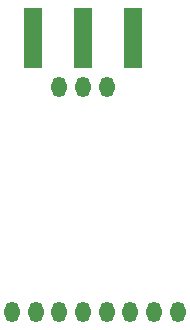
<source format=gbp>
G04 #@! TF.GenerationSoftware,KiCad,Pcbnew,(5.1.9-0-10_14)*
G04 #@! TF.CreationDate,2021-10-19T13:09:04+02:00*
G04 #@! TF.ProjectId,ithowifi_4l,6974686f-7769-4666-995f-346c2e6b6963,rev?*
G04 #@! TF.SameCoordinates,Original*
G04 #@! TF.FileFunction,Paste,Bot*
G04 #@! TF.FilePolarity,Positive*
%FSLAX46Y46*%
G04 Gerber Fmt 4.6, Leading zero omitted, Abs format (unit mm)*
G04 Created by KiCad (PCBNEW (5.1.9-0-10_14)) date 2021-10-19 13:09:04*
%MOMM*%
%LPD*%
G01*
G04 APERTURE LIST*
%ADD10O,1.300000X1.750000*%
%ADD11R,1.500000X5.080000*%
G04 APERTURE END LIST*
D10*
X96872000Y-113739000D03*
X94872000Y-113739000D03*
X92872000Y-113739000D03*
X88872000Y-132739000D03*
X90872000Y-132739000D03*
X92872000Y-132739000D03*
X94872000Y-132739000D03*
X96872000Y-132739000D03*
X98872000Y-132739000D03*
X100872000Y-132739000D03*
X102872000Y-132739000D03*
D11*
X90631400Y-109548400D03*
X99131400Y-109548400D03*
X94881400Y-109548400D03*
M02*

</source>
